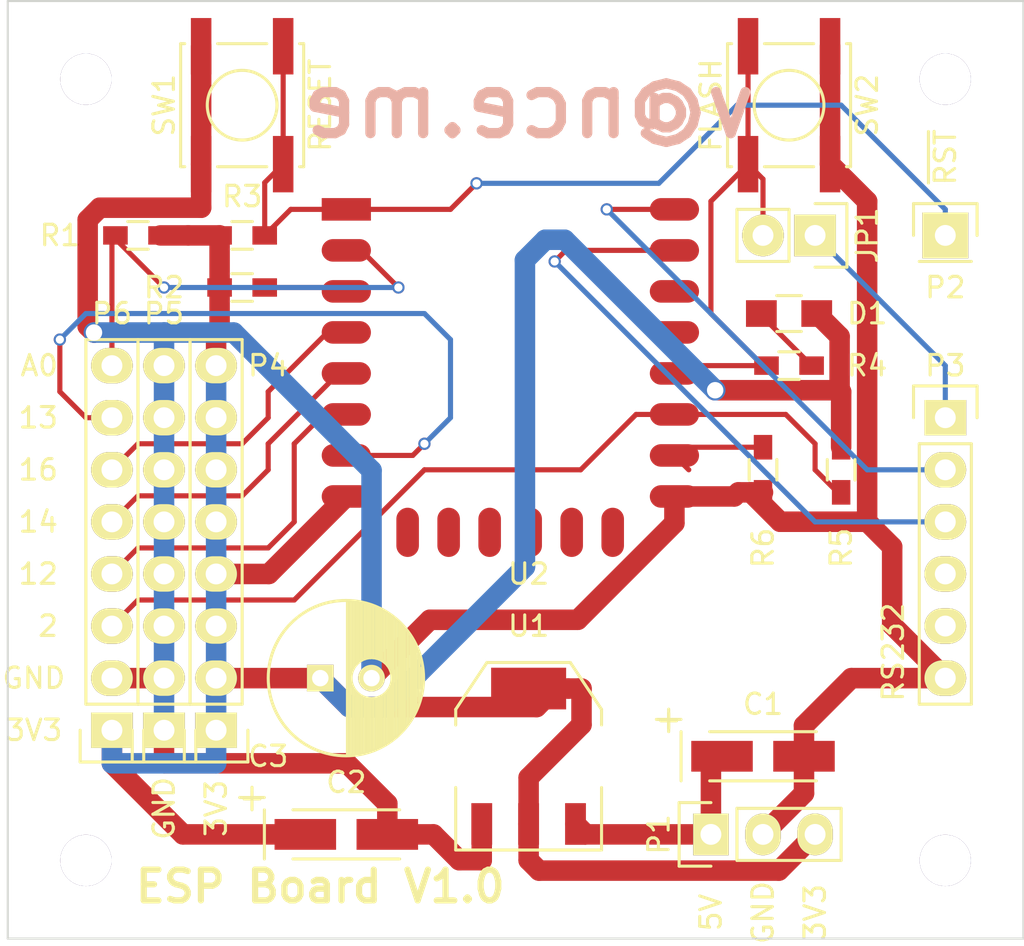
<source format=kicad_pcb>
(kicad_pcb (version 20171130) (host pcbnew "(5.1.12)-1")

  (general
    (thickness 1.6)
    (drawings 27)
    (tracks 196)
    (zones 0)
    (modules 25)
    (nets 28)
  )

  (page A4)
  (layers
    (0 F.Cu signal)
    (31 B.Cu signal)
    (32 B.Adhes user hide)
    (33 F.Adhes user hide)
    (34 B.Paste user hide)
    (35 F.Paste user hide)
    (36 B.SilkS user)
    (37 F.SilkS user)
    (38 B.Mask user)
    (39 F.Mask user)
    (40 Dwgs.User user hide)
    (41 Cmts.User user hide)
    (42 Eco1.User user hide)
    (43 Eco2.User user hide)
    (44 Edge.Cuts user)
    (45 Margin user hide)
    (46 B.CrtYd user hide)
    (47 F.CrtYd user hide)
    (48 B.Fab user hide)
    (49 F.Fab user hide)
  )

  (setup
    (last_trace_width 0.25)
    (trace_clearance 0.25)
    (zone_clearance 0.508)
    (zone_45_only no)
    (trace_min 0.2)
    (via_size 0.6)
    (via_drill 0.4)
    (via_min_size 0.4)
    (via_min_drill 0.3)
    (uvia_size 0.3)
    (uvia_drill 0.1)
    (uvias_allowed no)
    (uvia_min_size 0.2)
    (uvia_min_drill 0.1)
    (edge_width 0.1)
    (segment_width 0.2)
    (pcb_text_width 0.3)
    (pcb_text_size 1.5 1.5)
    (mod_edge_width 0.15)
    (mod_text_size 1 1)
    (mod_text_width 0.15)
    (pad_size 1.5 1.5)
    (pad_drill 0.6)
    (pad_to_mask_clearance 0)
    (aux_axis_origin 0 0)
    (visible_elements 7FFFFFFF)
    (pcbplotparams
      (layerselection 0x010f0_80000001)
      (usegerberextensions true)
      (usegerberattributes true)
      (usegerberadvancedattributes true)
      (creategerberjobfile true)
      (excludeedgelayer true)
      (linewidth 0.100000)
      (plotframeref false)
      (viasonmask false)
      (mode 1)
      (useauxorigin false)
      (hpglpennumber 1)
      (hpglpenspeed 20)
      (hpglpendiameter 15.000000)
      (psnegative false)
      (psa4output false)
      (plotreference true)
      (plotvalue true)
      (plotinvisibletext false)
      (padsonsilk false)
      (subtractmaskfromsilk false)
      (outputformat 1)
      (mirror false)
      (drillshape 0)
      (scaleselection 1)
      (outputdirectory ""))
  )

  (net 0 "")
  (net 1 GNDPWR)
  (net 2 +5V)
  (net 3 +3V3)
  (net 4 "Net-(D1-Pad1)")
  (net 5 /SERIAL_DTR)
  (net 6 /ESP_TX_OUT)
  (net 7 /ESP_RX_IN)
  (net 8 /SERIAL_3V3)
  (net 9 /SERIAL_CTS)
  (net 10 /ESP_GPIO2)
  (net 11 /ESP_GPIO12)
  (net 12 /ESP_GPIO14)
  (net 13 /ESP_GPIO16)
  (net 14 /ESP_GPIO13)
  (net 15 /ESP_ADC)
  (net 16 /ESP_CH_PD)
  (net 17 /ESP_RESET)
  (net 18 /ESP_GPIO0)
  (net 19 /ESP_GPIO15)
  (net 20 "Net-(U2-Pad9)")
  (net 21 "Net-(U2-Pad10)")
  (net 22 "Net-(U2-Pad11)")
  (net 23 "Net-(U2-Pad12)")
  (net 24 "Net-(U2-Pad13)")
  (net 25 "Net-(U2-Pad14)")
  (net 26 "Net-(U2-Pad19)")
  (net 27 "Net-(U2-Pad20)")

  (net_class Default "This is the default net class."
    (clearance 0.25)
    (trace_width 0.25)
    (via_dia 0.6)
    (via_drill 0.4)
    (uvia_dia 0.3)
    (uvia_drill 0.1)
    (add_net /ESP_ADC)
    (add_net /ESP_CH_PD)
    (add_net /ESP_GPIO0)
    (add_net /ESP_GPIO12)
    (add_net /ESP_GPIO13)
    (add_net /ESP_GPIO14)
    (add_net /ESP_GPIO15)
    (add_net /ESP_GPIO16)
    (add_net /ESP_GPIO2)
    (add_net /ESP_RESET)
    (add_net /ESP_RX_IN)
    (add_net /ESP_TX_OUT)
    (add_net /SERIAL_3V3)
    (add_net /SERIAL_CTS)
    (add_net /SERIAL_DTR)
    (add_net "Net-(D1-Pad1)")
    (add_net "Net-(U2-Pad10)")
    (add_net "Net-(U2-Pad11)")
    (add_net "Net-(U2-Pad12)")
    (add_net "Net-(U2-Pad13)")
    (add_net "Net-(U2-Pad14)")
    (add_net "Net-(U2-Pad19)")
    (add_net "Net-(U2-Pad20)")
    (add_net "Net-(U2-Pad9)")
  )

  (net_class Power ""
    (clearance 0.25)
    (trace_width 1)
    (via_dia 1)
    (via_drill 0.8)
    (uvia_dia 0.3)
    (uvia_drill 0.1)
    (add_net +3V3)
    (add_net +5V)
    (add_net GNDPWR)
  )

  (module Capacitors_Tantalum_SMD:TantalC_SizeA_EIA-3216_HandSoldering (layer F.Cu) (tedit 56BE1136) (tstamp 56BDCC2D)
    (at 152.4 119.38)
    (descr "Tantal Cap. , Size A, EIA-3216, Hand Soldering,")
    (tags "Tantal Cap. , Size A, EIA-3216, Hand Soldering,")
    (path /56ACCB59)
    (attr smd)
    (fp_text reference C1 (at 0 -2.54) (layer F.SilkS)
      (effects (font (size 1 1) (thickness 0.15)))
    )
    (fp_text value 10u (at 6.35 0) (layer F.Fab)
      (effects (font (size 1 1) (thickness 0.15)))
    )
    (fp_line (start -2.60096 1.19888) (end 2.60096 1.19888) (layer F.SilkS) (width 0.15))
    (fp_line (start 2.60096 -1.19888) (end -2.60096 -1.19888) (layer F.SilkS) (width 0.15))
    (fp_line (start -4.59994 -2.2987) (end -4.59994 -1.19888) (layer F.SilkS) (width 0.15))
    (fp_line (start -5.19938 -1.79832) (end -4.0005 -1.79832) (layer F.SilkS) (width 0.15))
    (fp_line (start -3.99542 -1.19888) (end -3.99542 1.19888) (layer F.SilkS) (width 0.15))
    (fp_text user + (at -4.59994 -1.80086) (layer F.SilkS)
      (effects (font (size 1 1) (thickness 0.15)))
    )
    (pad 2 smd rect (at 1.99898 0) (size 2.99974 1.50114) (layers F.Cu F.Paste F.Mask)
      (net 1 GNDPWR))
    (pad 1 smd rect (at -1.99898 0) (size 2.99974 1.50114) (layers F.Cu F.Paste F.Mask)
      (net 2 +5V))
    (model Capacitors_Tantalum_SMD.3dshapes/TantalC_SizeA_EIA-3216_HandSoldering.wrl
      (at (xyz 0 0 0))
      (scale (xyz 1 1 1))
      (rotate (xyz 0 0 180))
    )
  )

  (module Capacitors_Tantalum_SMD:TantalC_SizeA_EIA-3216_HandSoldering (layer F.Cu) (tedit 56BDE9A5) (tstamp 56BDCC33)
    (at 132.08 123.19)
    (descr "Tantal Cap. , Size A, EIA-3216, Hand Soldering,")
    (tags "Tantal Cap. , Size A, EIA-3216, Hand Soldering,")
    (path /56ACCB8D)
    (attr smd)
    (fp_text reference C2 (at 0 -2.54) (layer F.SilkS)
      (effects (font (size 1 1) (thickness 0.15)))
    )
    (fp_text value 10u (at -0.09906 3.0988) (layer F.Fab)
      (effects (font (size 1 1) (thickness 0.15)))
    )
    (fp_line (start -2.60096 1.19888) (end 2.60096 1.19888) (layer F.SilkS) (width 0.15))
    (fp_line (start 2.60096 -1.19888) (end -2.60096 -1.19888) (layer F.SilkS) (width 0.15))
    (fp_line (start -4.59994 -2.2987) (end -4.59994 -1.19888) (layer F.SilkS) (width 0.15))
    (fp_line (start -5.19938 -1.79832) (end -4.0005 -1.79832) (layer F.SilkS) (width 0.15))
    (fp_line (start -3.99542 -1.19888) (end -3.99542 1.19888) (layer F.SilkS) (width 0.15))
    (fp_text user + (at -4.59994 -1.80086) (layer F.SilkS)
      (effects (font (size 1 1) (thickness 0.15)))
    )
    (pad 2 smd rect (at 1.99898 0) (size 2.99974 1.50114) (layers F.Cu F.Paste F.Mask)
      (net 1 GNDPWR))
    (pad 1 smd rect (at -1.99898 0) (size 2.99974 1.50114) (layers F.Cu F.Paste F.Mask)
      (net 3 +3V3))
    (model Capacitors_Tantalum_SMD.3dshapes/TantalC_SizeA_EIA-3216_HandSoldering.wrl
      (at (xyz 0 0 0))
      (scale (xyz 1 1 1))
      (rotate (xyz 0 0 180))
    )
  )

  (module Capacitors_ThroughHole:C_Radial_D7.5_L11.2_P2.5 (layer F.Cu) (tedit 56BE1122) (tstamp 56BDCC39)
    (at 130.81 115.57)
    (descr "Radial Electrolytic Capacitor Diameter 7.5mm x Length 11.2mm, Pitch 2.5mm")
    (tags "Electrolytic Capacitor")
    (path /56AF8128)
    (fp_text reference C3 (at -2.54 3.81) (layer F.SilkS)
      (effects (font (size 1 1) (thickness 0.15)))
    )
    (fp_text value 1000u (at 1.27 -2.54) (layer F.Fab)
      (effects (font (size 1 1) (thickness 0.15)))
    )
    (fp_line (start 1.325 -3.749) (end 1.325 3.749) (layer F.SilkS) (width 0.15))
    (fp_line (start 1.465 -3.744) (end 1.465 3.744) (layer F.SilkS) (width 0.15))
    (fp_line (start 1.605 -3.733) (end 1.605 -0.446) (layer F.SilkS) (width 0.15))
    (fp_line (start 1.605 0.446) (end 1.605 3.733) (layer F.SilkS) (width 0.15))
    (fp_line (start 1.745 -3.717) (end 1.745 -0.656) (layer F.SilkS) (width 0.15))
    (fp_line (start 1.745 0.656) (end 1.745 3.717) (layer F.SilkS) (width 0.15))
    (fp_line (start 1.885 -3.696) (end 1.885 -0.789) (layer F.SilkS) (width 0.15))
    (fp_line (start 1.885 0.789) (end 1.885 3.696) (layer F.SilkS) (width 0.15))
    (fp_line (start 2.025 -3.669) (end 2.025 -0.88) (layer F.SilkS) (width 0.15))
    (fp_line (start 2.025 0.88) (end 2.025 3.669) (layer F.SilkS) (width 0.15))
    (fp_line (start 2.165 -3.637) (end 2.165 -0.942) (layer F.SilkS) (width 0.15))
    (fp_line (start 2.165 0.942) (end 2.165 3.637) (layer F.SilkS) (width 0.15))
    (fp_line (start 2.305 -3.599) (end 2.305 -0.981) (layer F.SilkS) (width 0.15))
    (fp_line (start 2.305 0.981) (end 2.305 3.599) (layer F.SilkS) (width 0.15))
    (fp_line (start 2.445 -3.555) (end 2.445 -0.998) (layer F.SilkS) (width 0.15))
    (fp_line (start 2.445 0.998) (end 2.445 3.555) (layer F.SilkS) (width 0.15))
    (fp_line (start 2.585 -3.504) (end 2.585 -0.996) (layer F.SilkS) (width 0.15))
    (fp_line (start 2.585 0.996) (end 2.585 3.504) (layer F.SilkS) (width 0.15))
    (fp_line (start 2.725 -3.448) (end 2.725 -0.974) (layer F.SilkS) (width 0.15))
    (fp_line (start 2.725 0.974) (end 2.725 3.448) (layer F.SilkS) (width 0.15))
    (fp_line (start 2.865 -3.384) (end 2.865 -0.931) (layer F.SilkS) (width 0.15))
    (fp_line (start 2.865 0.931) (end 2.865 3.384) (layer F.SilkS) (width 0.15))
    (fp_line (start 3.005 -3.314) (end 3.005 -0.863) (layer F.SilkS) (width 0.15))
    (fp_line (start 3.005 0.863) (end 3.005 3.314) (layer F.SilkS) (width 0.15))
    (fp_line (start 3.145 -3.236) (end 3.145 -0.764) (layer F.SilkS) (width 0.15))
    (fp_line (start 3.145 0.764) (end 3.145 3.236) (layer F.SilkS) (width 0.15))
    (fp_line (start 3.285 -3.15) (end 3.285 -0.619) (layer F.SilkS) (width 0.15))
    (fp_line (start 3.285 0.619) (end 3.285 3.15) (layer F.SilkS) (width 0.15))
    (fp_line (start 3.425 -3.055) (end 3.425 -0.38) (layer F.SilkS) (width 0.15))
    (fp_line (start 3.425 0.38) (end 3.425 3.055) (layer F.SilkS) (width 0.15))
    (fp_line (start 3.565 -2.95) (end 3.565 2.95) (layer F.SilkS) (width 0.15))
    (fp_line (start 3.705 -2.835) (end 3.705 2.835) (layer F.SilkS) (width 0.15))
    (fp_line (start 3.845 -2.707) (end 3.845 2.707) (layer F.SilkS) (width 0.15))
    (fp_line (start 3.985 -2.566) (end 3.985 2.566) (layer F.SilkS) (width 0.15))
    (fp_line (start 4.125 -2.408) (end 4.125 2.408) (layer F.SilkS) (width 0.15))
    (fp_line (start 4.265 -2.23) (end 4.265 2.23) (layer F.SilkS) (width 0.15))
    (fp_line (start 4.405 -2.027) (end 4.405 2.027) (layer F.SilkS) (width 0.15))
    (fp_line (start 4.545 -1.79) (end 4.545 1.79) (layer F.SilkS) (width 0.15))
    (fp_line (start 4.685 -1.504) (end 4.685 1.504) (layer F.SilkS) (width 0.15))
    (fp_line (start 4.825 -1.132) (end 4.825 1.132) (layer F.SilkS) (width 0.15))
    (fp_line (start 4.965 -0.511) (end 4.965 0.511) (layer F.SilkS) (width 0.15))
    (fp_circle (center 2.5 0) (end 2.5 -1) (layer F.SilkS) (width 0.15))
    (fp_circle (center 1.25 0) (end 1.25 -3.7875) (layer F.SilkS) (width 0.15))
    (fp_circle (center 1.25 0) (end 1.25 -4.1) (layer F.CrtYd) (width 0.05))
    (pad 2 thru_hole circle (at 2.5 0) (size 1.3 1.3) (drill 0.8) (layers *.Cu *.Mask F.SilkS)
      (net 1 GNDPWR))
    (pad 1 thru_hole rect (at 0 0) (size 1.3 1.3) (drill 0.8) (layers *.Cu *.Mask F.SilkS)
      (net 3 +3V3))
    (model Capacitors_ThroughHole.3dshapes/C_Radial_D7.5_L11.2_P2.5.wrl
      (at (xyz 0 0 0))
      (scale (xyz 1 1 1))
      (rotate (xyz 0 0 0))
    )
  )

  (module Resistors_SMD:R_0805_HandSoldering (layer F.Cu) (tedit 56BE10EE) (tstamp 56BDCC3F)
    (at 153.67 97.79)
    (descr "Resistor SMD 0805, hand soldering")
    (tags "resistor 0805")
    (path /56ACC55C)
    (attr smd)
    (fp_text reference D1 (at 3.81 0) (layer F.SilkS)
      (effects (font (size 1 1) (thickness 0.15)))
    )
    (fp_text value LED (at 0 1.27) (layer F.Fab)
      (effects (font (size 1 1) (thickness 0.15)))
    )
    (fp_line (start -2.4 -1) (end 2.4 -1) (layer F.CrtYd) (width 0.05))
    (fp_line (start -2.4 1) (end 2.4 1) (layer F.CrtYd) (width 0.05))
    (fp_line (start -2.4 -1) (end -2.4 1) (layer F.CrtYd) (width 0.05))
    (fp_line (start 2.4 -1) (end 2.4 1) (layer F.CrtYd) (width 0.05))
    (fp_line (start 0.6 0.875) (end -0.6 0.875) (layer F.SilkS) (width 0.15))
    (fp_line (start -0.6 -0.875) (end 0.6 -0.875) (layer F.SilkS) (width 0.15))
    (pad 1 smd rect (at -1.35 0) (size 1.5 1.3) (layers F.Cu F.Paste F.Mask)
      (net 4 "Net-(D1-Pad1)"))
    (pad 2 smd rect (at 1.35 0) (size 1.5 1.3) (layers F.Cu F.Paste F.Mask)
      (net 3 +3V3))
    (model Resistors_SMD.3dshapes/R_0805_HandSoldering.wrl
      (at (xyz 0 0 0))
      (scale (xyz 1 1 1))
      (rotate (xyz 0 0 0))
    )
  )

  (module Pin_Headers:Pin_Header_Straight_1x03 (layer F.Cu) (tedit 56BDEAD7) (tstamp 56BDCC46)
    (at 149.86 123.19 90)
    (descr "Through hole pin header")
    (tags "pin header")
    (path /56ACC819)
    (fp_text reference P1 (at 0 -2.54 90) (layer F.SilkS)
      (effects (font (size 1 1) (thickness 0.15)))
    )
    (fp_text value PWR (at 0 -3.1 90) (layer F.Fab) hide
      (effects (font (size 1 1) (thickness 0.15)))
    )
    (fp_line (start -1.75 -1.75) (end -1.75 6.85) (layer F.CrtYd) (width 0.05))
    (fp_line (start 1.75 -1.75) (end 1.75 6.85) (layer F.CrtYd) (width 0.05))
    (fp_line (start -1.75 -1.75) (end 1.75 -1.75) (layer F.CrtYd) (width 0.05))
    (fp_line (start -1.75 6.85) (end 1.75 6.85) (layer F.CrtYd) (width 0.05))
    (fp_line (start -1.27 1.27) (end -1.27 6.35) (layer F.SilkS) (width 0.15))
    (fp_line (start -1.27 6.35) (end 1.27 6.35) (layer F.SilkS) (width 0.15))
    (fp_line (start 1.27 6.35) (end 1.27 1.27) (layer F.SilkS) (width 0.15))
    (fp_line (start 1.55 -1.55) (end 1.55 0) (layer F.SilkS) (width 0.15))
    (fp_line (start 1.27 1.27) (end -1.27 1.27) (layer F.SilkS) (width 0.15))
    (fp_line (start -1.55 0) (end -1.55 -1.55) (layer F.SilkS) (width 0.15))
    (fp_line (start -1.55 -1.55) (end 1.55 -1.55) (layer F.SilkS) (width 0.15))
    (pad 1 thru_hole rect (at 0 0 90) (size 2.032 1.7272) (drill 1.016) (layers *.Cu *.Mask F.SilkS)
      (net 2 +5V))
    (pad 2 thru_hole oval (at 0 2.54 90) (size 2.032 1.7272) (drill 1.016) (layers *.Cu *.Mask F.SilkS)
      (net 1 GNDPWR))
    (pad 3 thru_hole oval (at 0 5.08 90) (size 2.032 1.7272) (drill 1.016) (layers *.Cu *.Mask F.SilkS)
      (net 3 +3V3))
    (model Pin_Headers.3dshapes/Pin_Header_Straight_1x03.wrl
      (offset (xyz 0 -2.539999961853027 0))
      (scale (xyz 1 1 1))
      (rotate (xyz 0 0 90))
    )
  )

  (module Pin_Headers:Pin_Header_Straight_1x06 (layer F.Cu) (tedit 56BDE9DF) (tstamp 56BDCC50)
    (at 161.29 102.87)
    (descr "Through hole pin header")
    (tags "pin header")
    (path /56ACCDA2)
    (fp_text reference P3 (at 0 -2.54) (layer F.SilkS)
      (effects (font (size 1 1) (thickness 0.15)))
    )
    (fp_text value RS232 (at 0 -3.1) (layer F.Fab) hide
      (effects (font (size 1 1) (thickness 0.15)))
    )
    (fp_line (start -1.75 -1.75) (end -1.75 14.45) (layer F.CrtYd) (width 0.05))
    (fp_line (start 1.75 -1.75) (end 1.75 14.45) (layer F.CrtYd) (width 0.05))
    (fp_line (start -1.75 -1.75) (end 1.75 -1.75) (layer F.CrtYd) (width 0.05))
    (fp_line (start -1.75 14.45) (end 1.75 14.45) (layer F.CrtYd) (width 0.05))
    (fp_line (start 1.27 1.27) (end 1.27 13.97) (layer F.SilkS) (width 0.15))
    (fp_line (start 1.27 13.97) (end -1.27 13.97) (layer F.SilkS) (width 0.15))
    (fp_line (start -1.27 13.97) (end -1.27 1.27) (layer F.SilkS) (width 0.15))
    (fp_line (start 1.55 -1.55) (end 1.55 0) (layer F.SilkS) (width 0.15))
    (fp_line (start 1.27 1.27) (end -1.27 1.27) (layer F.SilkS) (width 0.15))
    (fp_line (start -1.55 0) (end -1.55 -1.55) (layer F.SilkS) (width 0.15))
    (fp_line (start -1.55 -1.55) (end 1.55 -1.55) (layer F.SilkS) (width 0.15))
    (pad 1 thru_hole rect (at 0 0) (size 2.032 1.7272) (drill 1.016) (layers *.Cu *.Mask F.SilkS)
      (net 5 /SERIAL_DTR))
    (pad 2 thru_hole oval (at 0 2.54) (size 2.032 1.7272) (drill 1.016) (layers *.Cu *.Mask F.SilkS)
      (net 6 /ESP_TX_OUT))
    (pad 3 thru_hole oval (at 0 5.08) (size 2.032 1.7272) (drill 1.016) (layers *.Cu *.Mask F.SilkS)
      (net 7 /ESP_RX_IN))
    (pad 4 thru_hole oval (at 0 7.62) (size 2.032 1.7272) (drill 1.016) (layers *.Cu *.Mask F.SilkS)
      (net 8 /SERIAL_3V3))
    (pad 5 thru_hole oval (at 0 10.16) (size 2.032 1.7272) (drill 1.016) (layers *.Cu *.Mask F.SilkS)
      (net 9 /SERIAL_CTS))
    (pad 6 thru_hole oval (at 0 12.7) (size 2.032 1.7272) (drill 1.016) (layers *.Cu *.Mask F.SilkS)
      (net 1 GNDPWR))
    (model Pin_Headers.3dshapes/Pin_Header_Straight_1x06.wrl
      (offset (xyz 0 -6.349999904632568 0))
      (scale (xyz 1 1 1))
      (rotate (xyz 0 0 90))
    )
  )

  (module Pin_Headers:Pin_Header_Straight_1x08 (layer F.Cu) (tedit 56BDE729) (tstamp 56BDCC5C)
    (at 125.73 118.11 180)
    (descr "Through hole pin header")
    (tags "pin header")
    (path /56ACD67D)
    (fp_text reference P4 (at -2.54 17.78 180) (layer F.SilkS)
      (effects (font (size 1 1) (thickness 0.15)))
    )
    (fp_text value 3.3V (at 0 -3.1 180) (layer F.Fab) hide
      (effects (font (size 1 1) (thickness 0.15)))
    )
    (fp_line (start -1.75 -1.75) (end -1.75 19.55) (layer F.CrtYd) (width 0.05))
    (fp_line (start 1.75 -1.75) (end 1.75 19.55) (layer F.CrtYd) (width 0.05))
    (fp_line (start -1.75 -1.75) (end 1.75 -1.75) (layer F.CrtYd) (width 0.05))
    (fp_line (start -1.75 19.55) (end 1.75 19.55) (layer F.CrtYd) (width 0.05))
    (fp_line (start 1.27 1.27) (end 1.27 19.05) (layer F.SilkS) (width 0.15))
    (fp_line (start 1.27 19.05) (end -1.27 19.05) (layer F.SilkS) (width 0.15))
    (fp_line (start -1.27 19.05) (end -1.27 1.27) (layer F.SilkS) (width 0.15))
    (fp_line (start 1.55 -1.55) (end 1.55 0) (layer F.SilkS) (width 0.15))
    (fp_line (start 1.27 1.27) (end -1.27 1.27) (layer F.SilkS) (width 0.15))
    (fp_line (start -1.55 0) (end -1.55 -1.55) (layer F.SilkS) (width 0.15))
    (fp_line (start -1.55 -1.55) (end 1.55 -1.55) (layer F.SilkS) (width 0.15))
    (pad 1 thru_hole rect (at 0 0 180) (size 2.032 1.7272) (drill 1.016) (layers *.Cu *.Mask F.SilkS)
      (net 3 +3V3))
    (pad 2 thru_hole oval (at 0 2.54 180) (size 2.032 1.7272) (drill 1.016) (layers *.Cu *.Mask F.SilkS)
      (net 3 +3V3))
    (pad 3 thru_hole oval (at 0 5.08 180) (size 2.032 1.7272) (drill 1.016) (layers *.Cu *.Mask F.SilkS)
      (net 3 +3V3))
    (pad 4 thru_hole oval (at 0 7.62 180) (size 2.032 1.7272) (drill 1.016) (layers *.Cu *.Mask F.SilkS)
      (net 3 +3V3))
    (pad 5 thru_hole oval (at 0 10.16 180) (size 2.032 1.7272) (drill 1.016) (layers *.Cu *.Mask F.SilkS)
      (net 3 +3V3))
    (pad 6 thru_hole oval (at 0 12.7 180) (size 2.032 1.7272) (drill 1.016) (layers *.Cu *.Mask F.SilkS)
      (net 3 +3V3))
    (pad 7 thru_hole oval (at 0 15.24 180) (size 2.032 1.7272) (drill 1.016) (layers *.Cu *.Mask F.SilkS)
      (net 3 +3V3))
    (pad 8 thru_hole oval (at 0 17.78 180) (size 2.032 1.7272) (drill 1.016) (layers *.Cu *.Mask F.SilkS)
      (net 3 +3V3))
    (model Pin_Headers.3dshapes/Pin_Header_Straight_1x08.wrl
      (offset (xyz 0 -8.889999866485596 0))
      (scale (xyz 1 1 1))
      (rotate (xyz 0 0 90))
    )
  )

  (module Pin_Headers:Pin_Header_Straight_1x08 (layer F.Cu) (tedit 56BDE720) (tstamp 56BDCC68)
    (at 123.19 118.11 180)
    (descr "Through hole pin header")
    (tags "pin header")
    (path /56ACD91B)
    (fp_text reference P5 (at 0 20.32 180) (layer F.SilkS)
      (effects (font (size 1 1) (thickness 0.15)))
    )
    (fp_text value Gnd (at 0 -3.1 180) (layer F.Fab) hide
      (effects (font (size 1 1) (thickness 0.15)))
    )
    (fp_line (start -1.75 -1.75) (end -1.75 19.55) (layer F.CrtYd) (width 0.05))
    (fp_line (start 1.75 -1.75) (end 1.75 19.55) (layer F.CrtYd) (width 0.05))
    (fp_line (start -1.75 -1.75) (end 1.75 -1.75) (layer F.CrtYd) (width 0.05))
    (fp_line (start -1.75 19.55) (end 1.75 19.55) (layer F.CrtYd) (width 0.05))
    (fp_line (start 1.27 1.27) (end 1.27 19.05) (layer F.SilkS) (width 0.15))
    (fp_line (start 1.27 19.05) (end -1.27 19.05) (layer F.SilkS) (width 0.15))
    (fp_line (start -1.27 19.05) (end -1.27 1.27) (layer F.SilkS) (width 0.15))
    (fp_line (start 1.55 -1.55) (end 1.55 0) (layer F.SilkS) (width 0.15))
    (fp_line (start 1.27 1.27) (end -1.27 1.27) (layer F.SilkS) (width 0.15))
    (fp_line (start -1.55 0) (end -1.55 -1.55) (layer F.SilkS) (width 0.15))
    (fp_line (start -1.55 -1.55) (end 1.55 -1.55) (layer F.SilkS) (width 0.15))
    (pad 1 thru_hole rect (at 0 0 180) (size 2.032 1.7272) (drill 1.016) (layers *.Cu *.Mask F.SilkS)
      (net 1 GNDPWR))
    (pad 2 thru_hole oval (at 0 2.54 180) (size 2.032 1.7272) (drill 1.016) (layers *.Cu *.Mask F.SilkS)
      (net 1 GNDPWR))
    (pad 3 thru_hole oval (at 0 5.08 180) (size 2.032 1.7272) (drill 1.016) (layers *.Cu *.Mask F.SilkS)
      (net 1 GNDPWR))
    (pad 4 thru_hole oval (at 0 7.62 180) (size 2.032 1.7272) (drill 1.016) (layers *.Cu *.Mask F.SilkS)
      (net 1 GNDPWR))
    (pad 5 thru_hole oval (at 0 10.16 180) (size 2.032 1.7272) (drill 1.016) (layers *.Cu *.Mask F.SilkS)
      (net 1 GNDPWR))
    (pad 6 thru_hole oval (at 0 12.7 180) (size 2.032 1.7272) (drill 1.016) (layers *.Cu *.Mask F.SilkS)
      (net 1 GNDPWR))
    (pad 7 thru_hole oval (at 0 15.24 180) (size 2.032 1.7272) (drill 1.016) (layers *.Cu *.Mask F.SilkS)
      (net 1 GNDPWR))
    (pad 8 thru_hole oval (at 0 17.78 180) (size 2.032 1.7272) (drill 1.016) (layers *.Cu *.Mask F.SilkS)
      (net 1 GNDPWR))
    (model Pin_Headers.3dshapes/Pin_Header_Straight_1x08.wrl
      (offset (xyz 0 -8.889999866485596 0))
      (scale (xyz 1 1 1))
      (rotate (xyz 0 0 90))
    )
  )

  (module Pin_Headers:Pin_Header_Straight_1x08 (layer F.Cu) (tedit 56BDE712) (tstamp 56BDCC74)
    (at 120.65 118.11 180)
    (descr "Through hole pin header")
    (tags "pin header")
    (path /56ACD1BC)
    (fp_text reference P6 (at 0 20.32 180) (layer F.SilkS)
      (effects (font (size 1 1) (thickness 0.15)))
    )
    (fp_text value GPIO (at 0 -3.1 180) (layer F.Fab) hide
      (effects (font (size 1 1) (thickness 0.15)))
    )
    (fp_line (start -1.75 -1.75) (end -1.75 19.55) (layer F.CrtYd) (width 0.05))
    (fp_line (start 1.75 -1.75) (end 1.75 19.55) (layer F.CrtYd) (width 0.05))
    (fp_line (start -1.75 -1.75) (end 1.75 -1.75) (layer F.CrtYd) (width 0.05))
    (fp_line (start -1.75 19.55) (end 1.75 19.55) (layer F.CrtYd) (width 0.05))
    (fp_line (start 1.27 1.27) (end 1.27 19.05) (layer F.SilkS) (width 0.15))
    (fp_line (start 1.27 19.05) (end -1.27 19.05) (layer F.SilkS) (width 0.15))
    (fp_line (start -1.27 19.05) (end -1.27 1.27) (layer F.SilkS) (width 0.15))
    (fp_line (start 1.55 -1.55) (end 1.55 0) (layer F.SilkS) (width 0.15))
    (fp_line (start 1.27 1.27) (end -1.27 1.27) (layer F.SilkS) (width 0.15))
    (fp_line (start -1.55 0) (end -1.55 -1.55) (layer F.SilkS) (width 0.15))
    (fp_line (start -1.55 -1.55) (end 1.55 -1.55) (layer F.SilkS) (width 0.15))
    (pad 1 thru_hole rect (at 0 0 180) (size 2.032 1.7272) (drill 1.016) (layers *.Cu *.Mask F.SilkS)
      (net 3 +3V3))
    (pad 2 thru_hole oval (at 0 2.54 180) (size 2.032 1.7272) (drill 1.016) (layers *.Cu *.Mask F.SilkS)
      (net 1 GNDPWR))
    (pad 3 thru_hole oval (at 0 5.08 180) (size 2.032 1.7272) (drill 1.016) (layers *.Cu *.Mask F.SilkS)
      (net 10 /ESP_GPIO2))
    (pad 4 thru_hole oval (at 0 7.62 180) (size 2.032 1.7272) (drill 1.016) (layers *.Cu *.Mask F.SilkS)
      (net 11 /ESP_GPIO12))
    (pad 5 thru_hole oval (at 0 10.16 180) (size 2.032 1.7272) (drill 1.016) (layers *.Cu *.Mask F.SilkS)
      (net 12 /ESP_GPIO14))
    (pad 6 thru_hole oval (at 0 12.7 180) (size 2.032 1.7272) (drill 1.016) (layers *.Cu *.Mask F.SilkS)
      (net 13 /ESP_GPIO16))
    (pad 7 thru_hole oval (at 0 15.24 180) (size 2.032 1.7272) (drill 1.016) (layers *.Cu *.Mask F.SilkS)
      (net 14 /ESP_GPIO13))
    (pad 8 thru_hole oval (at 0 17.78 180) (size 2.032 1.7272) (drill 1.016) (layers *.Cu *.Mask F.SilkS)
      (net 15 /ESP_ADC))
    (model Pin_Headers.3dshapes/Pin_Header_Straight_1x08.wrl
      (offset (xyz 0 -8.889999866485596 0))
      (scale (xyz 1 1 1))
      (rotate (xyz 0 0 90))
    )
  )

  (module Resistors_SMD:R_0603_HandSoldering (layer F.Cu) (tedit 56BDE0C6) (tstamp 56BDCC7A)
    (at 121.92 93.98 180)
    (descr "Resistor SMD 0603, hand soldering")
    (tags "resistor 0603")
    (path /56ACDD84)
    (attr smd)
    (fp_text reference R1 (at 3.81 0 180) (layer F.SilkS)
      (effects (font (size 1 1) (thickness 0.15)))
    )
    (fp_text value 470k (at 0 1.9 180) (layer F.Fab)
      (effects (font (size 1 1) (thickness 0.15)))
    )
    (fp_line (start -2 -0.8) (end 2 -0.8) (layer F.CrtYd) (width 0.05))
    (fp_line (start -2 0.8) (end 2 0.8) (layer F.CrtYd) (width 0.05))
    (fp_line (start -2 -0.8) (end -2 0.8) (layer F.CrtYd) (width 0.05))
    (fp_line (start 2 -0.8) (end 2 0.8) (layer F.CrtYd) (width 0.05))
    (fp_line (start 0.5 0.675) (end -0.5 0.675) (layer F.SilkS) (width 0.15))
    (fp_line (start -0.5 -0.675) (end 0.5 -0.675) (layer F.SilkS) (width 0.15))
    (pad 1 smd rect (at -1.1 0 180) (size 1.2 0.9) (layers F.Cu F.Paste F.Mask)
      (net 3 +3V3))
    (pad 2 smd rect (at 1.1 0 180) (size 1.2 0.9) (layers F.Cu F.Paste F.Mask)
      (net 15 /ESP_ADC))
    (model Resistors_SMD.3dshapes/R_0603_HandSoldering.wrl
      (at (xyz 0 0 0))
      (scale (xyz 1 1 1))
      (rotate (xyz 0 0 0))
    )
  )

  (module Resistors_SMD:R_0603_HandSoldering (layer F.Cu) (tedit 56BDE980) (tstamp 56BDCC80)
    (at 127 96.52)
    (descr "Resistor SMD 0603, hand soldering")
    (tags "resistor 0603")
    (path /56ACBF8E)
    (attr smd)
    (fp_text reference R2 (at -3.81 0) (layer F.SilkS)
      (effects (font (size 1 1) (thickness 0.15)))
    )
    (fp_text value 10k (at 0 1.9) (layer F.Fab)
      (effects (font (size 1 1) (thickness 0.15)))
    )
    (fp_line (start -2 -0.8) (end 2 -0.8) (layer F.CrtYd) (width 0.05))
    (fp_line (start -2 0.8) (end 2 0.8) (layer F.CrtYd) (width 0.05))
    (fp_line (start -2 -0.8) (end -2 0.8) (layer F.CrtYd) (width 0.05))
    (fp_line (start 2 -0.8) (end 2 0.8) (layer F.CrtYd) (width 0.05))
    (fp_line (start 0.5 0.675) (end -0.5 0.675) (layer F.SilkS) (width 0.15))
    (fp_line (start -0.5 -0.675) (end 0.5 -0.675) (layer F.SilkS) (width 0.15))
    (pad 1 smd rect (at -1.1 0) (size 1.2 0.9) (layers F.Cu F.Paste F.Mask)
      (net 3 +3V3))
    (pad 2 smd rect (at 1.1 0) (size 1.2 0.9) (layers F.Cu F.Paste F.Mask)
      (net 16 /ESP_CH_PD))
    (model Resistors_SMD.3dshapes/R_0603_HandSoldering.wrl
      (at (xyz 0 0 0))
      (scale (xyz 1 1 1))
      (rotate (xyz 0 0 0))
    )
  )

  (module Resistors_SMD:R_0603_HandSoldering (layer F.Cu) (tedit 5418A00F) (tstamp 56BDCC86)
    (at 127 93.98)
    (descr "Resistor SMD 0603, hand soldering")
    (tags "resistor 0603")
    (path /56ACC270)
    (attr smd)
    (fp_text reference R3 (at 0 -1.9) (layer F.SilkS)
      (effects (font (size 1 1) (thickness 0.15)))
    )
    (fp_text value 10k (at 0 1.9) (layer F.Fab)
      (effects (font (size 1 1) (thickness 0.15)))
    )
    (fp_line (start -2 -0.8) (end 2 -0.8) (layer F.CrtYd) (width 0.05))
    (fp_line (start -2 0.8) (end 2 0.8) (layer F.CrtYd) (width 0.05))
    (fp_line (start -2 -0.8) (end -2 0.8) (layer F.CrtYd) (width 0.05))
    (fp_line (start 2 -0.8) (end 2 0.8) (layer F.CrtYd) (width 0.05))
    (fp_line (start 0.5 0.675) (end -0.5 0.675) (layer F.SilkS) (width 0.15))
    (fp_line (start -0.5 -0.675) (end 0.5 -0.675) (layer F.SilkS) (width 0.15))
    (pad 1 smd rect (at -1.1 0) (size 1.2 0.9) (layers F.Cu F.Paste F.Mask)
      (net 3 +3V3))
    (pad 2 smd rect (at 1.1 0) (size 1.2 0.9) (layers F.Cu F.Paste F.Mask)
      (net 17 /ESP_RESET))
    (model Resistors_SMD.3dshapes/R_0603_HandSoldering.wrl
      (at (xyz 0 0 0))
      (scale (xyz 1 1 1))
      (rotate (xyz 0 0 0))
    )
  )

  (module Resistors_SMD:R_0603_HandSoldering (layer F.Cu) (tedit 56BE10E6) (tstamp 56BDCC8C)
    (at 153.67 100.33 180)
    (descr "Resistor SMD 0603, hand soldering")
    (tags "resistor 0603")
    (path /56ACC297)
    (attr smd)
    (fp_text reference R4 (at -3.81 0 180) (layer F.SilkS)
      (effects (font (size 1 1) (thickness 0.15)))
    )
    (fp_text value 330R (at 0 -1.27 180) (layer F.Fab)
      (effects (font (size 1 1) (thickness 0.15)))
    )
    (fp_line (start -2 -0.8) (end 2 -0.8) (layer F.CrtYd) (width 0.05))
    (fp_line (start -2 0.8) (end 2 0.8) (layer F.CrtYd) (width 0.05))
    (fp_line (start -2 -0.8) (end -2 0.8) (layer F.CrtYd) (width 0.05))
    (fp_line (start 2 -0.8) (end 2 0.8) (layer F.CrtYd) (width 0.05))
    (fp_line (start 0.5 0.675) (end -0.5 0.675) (layer F.SilkS) (width 0.15))
    (fp_line (start -0.5 -0.675) (end 0.5 -0.675) (layer F.SilkS) (width 0.15))
    (pad 1 smd rect (at -1.1 0 180) (size 1.2 0.9) (layers F.Cu F.Paste F.Mask)
      (net 4 "Net-(D1-Pad1)"))
    (pad 2 smd rect (at 1.1 0 180) (size 1.2 0.9) (layers F.Cu F.Paste F.Mask)
      (net 18 /ESP_GPIO0))
    (model Resistors_SMD.3dshapes/R_0603_HandSoldering.wrl
      (at (xyz 0 0 0))
      (scale (xyz 1 1 1))
      (rotate (xyz 0 0 0))
    )
  )

  (module Resistors_SMD:R_0603_HandSoldering (layer F.Cu) (tedit 56BDF8E2) (tstamp 56BDCC92)
    (at 156.21 105.41 270)
    (descr "Resistor SMD 0603, hand soldering")
    (tags "resistor 0603")
    (path /56ACBFB2)
    (attr smd)
    (fp_text reference R5 (at 3.81 0 270) (layer F.SilkS)
      (effects (font (size 1 1) (thickness 0.15)))
    )
    (fp_text value 10k (at 0 1.9 270) (layer F.Fab)
      (effects (font (size 1 1) (thickness 0.15)))
    )
    (fp_line (start -2 -0.8) (end 2 -0.8) (layer F.CrtYd) (width 0.05))
    (fp_line (start -2 0.8) (end 2 0.8) (layer F.CrtYd) (width 0.05))
    (fp_line (start -2 -0.8) (end -2 0.8) (layer F.CrtYd) (width 0.05))
    (fp_line (start 2 -0.8) (end 2 0.8) (layer F.CrtYd) (width 0.05))
    (fp_line (start 0.5 0.675) (end -0.5 0.675) (layer F.SilkS) (width 0.15))
    (fp_line (start -0.5 -0.675) (end 0.5 -0.675) (layer F.SilkS) (width 0.15))
    (pad 1 smd rect (at -1.1 0 270) (size 1.2 0.9) (layers F.Cu F.Paste F.Mask)
      (net 3 +3V3))
    (pad 2 smd rect (at 1.1 0 270) (size 1.2 0.9) (layers F.Cu F.Paste F.Mask)
      (net 10 /ESP_GPIO2))
    (model Resistors_SMD.3dshapes/R_0603_HandSoldering.wrl
      (at (xyz 0 0 0))
      (scale (xyz 1 1 1))
      (rotate (xyz 0 0 0))
    )
  )

  (module Resistors_SMD:R_0603_HandSoldering (layer F.Cu) (tedit 56BDE9C6) (tstamp 56BDCC98)
    (at 152.4 105.41 270)
    (descr "Resistor SMD 0603, hand soldering")
    (tags "resistor 0603")
    (path /56ACBFCD)
    (attr smd)
    (fp_text reference R6 (at 3.81 0 270) (layer F.SilkS)
      (effects (font (size 1 1) (thickness 0.15)))
    )
    (fp_text value 10k (at 0 1.9 270) (layer F.Fab)
      (effects (font (size 1 1) (thickness 0.15)))
    )
    (fp_line (start -2 -0.8) (end 2 -0.8) (layer F.CrtYd) (width 0.05))
    (fp_line (start -2 0.8) (end 2 0.8) (layer F.CrtYd) (width 0.05))
    (fp_line (start -2 -0.8) (end -2 0.8) (layer F.CrtYd) (width 0.05))
    (fp_line (start 2 -0.8) (end 2 0.8) (layer F.CrtYd) (width 0.05))
    (fp_line (start 0.5 0.675) (end -0.5 0.675) (layer F.SilkS) (width 0.15))
    (fp_line (start -0.5 -0.675) (end 0.5 -0.675) (layer F.SilkS) (width 0.15))
    (pad 1 smd rect (at -1.1 0 270) (size 1.2 0.9) (layers F.Cu F.Paste F.Mask)
      (net 19 /ESP_GPIO15))
    (pad 2 smd rect (at 1.1 0 270) (size 1.2 0.9) (layers F.Cu F.Paste F.Mask)
      (net 1 GNDPWR))
    (model Resistors_SMD.3dshapes/R_0603_HandSoldering.wrl
      (at (xyz 0 0 0))
      (scale (xyz 1 1 1))
      (rotate (xyz 0 0 0))
    )
  )

  (module Buttons_Switches_SMD:SW_SPST_EVPBF (layer F.Cu) (tedit 56BDEABC) (tstamp 56BDCCA0)
    (at 127 87.63 90)
    (descr "Light Touch Switch")
    (path /56ACC1FE)
    (attr smd)
    (fp_text reference SW1 (at 0 -3.81 90) (layer F.SilkS)
      (effects (font (size 1 1) (thickness 0.15)))
    )
    (fp_text value RESET (at 0 0 90) (layer F.Fab)
      (effects (font (size 1 1) (thickness 0.15)))
    )
    (fp_line (start -4.5 -3.25) (end 4.5 -3.25) (layer F.CrtYd) (width 0.05))
    (fp_line (start 4.5 -3.25) (end 4.5 3.25) (layer F.CrtYd) (width 0.05))
    (fp_line (start 4.5 3.25) (end -4.5 3.25) (layer F.CrtYd) (width 0.05))
    (fp_line (start -4.5 3.25) (end -4.5 -3.25) (layer F.CrtYd) (width 0.05))
    (fp_line (start 3 -3) (end 3 -2.8) (layer F.SilkS) (width 0.15))
    (fp_line (start 3 3) (end 3 2.8) (layer F.SilkS) (width 0.15))
    (fp_line (start -3 3) (end -3 2.8) (layer F.SilkS) (width 0.15))
    (fp_line (start -3 -3) (end -3 -2.8) (layer F.SilkS) (width 0.15))
    (fp_line (start -3 -1.2) (end -3 1.2) (layer F.SilkS) (width 0.15))
    (fp_line (start 3 -1.2) (end 3 1.2) (layer F.SilkS) (width 0.15))
    (fp_line (start 3 -3) (end -3 -3) (layer F.SilkS) (width 0.15))
    (fp_line (start -3 3) (end 3 3) (layer F.SilkS) (width 0.15))
    (fp_circle (center 0 0) (end 1.7 0) (layer F.SilkS) (width 0.15))
    (pad 1 smd rect (at 2.875 -2 90) (size 2.75 1) (layers F.Cu F.Paste F.Mask)
      (net 1 GNDPWR))
    (pad 1 smd rect (at -2.875 -2 90) (size 2.75 1) (layers F.Cu F.Paste F.Mask)
      (net 1 GNDPWR))
    (pad 2 smd rect (at -2.875 2 90) (size 2.75 1) (layers F.Cu F.Paste F.Mask)
      (net 17 /ESP_RESET))
    (pad 2 smd rect (at 2.875 2 90) (size 2.75 1) (layers F.Cu F.Paste F.Mask)
      (net 17 /ESP_RESET))
  )

  (module Buttons_Switches_SMD:SW_SPST_EVPBF (layer F.Cu) (tedit 56BDEABF) (tstamp 56BDCCA8)
    (at 153.67 87.63 270)
    (descr "Light Touch Switch")
    (path /56ACC241)
    (attr smd)
    (fp_text reference SW2 (at 0 -3.81 270) (layer F.SilkS)
      (effects (font (size 1 1) (thickness 0.15)))
    )
    (fp_text value FLASH (at 0 0 270) (layer F.Fab)
      (effects (font (size 1 1) (thickness 0.15)))
    )
    (fp_line (start -4.5 -3.25) (end 4.5 -3.25) (layer F.CrtYd) (width 0.05))
    (fp_line (start 4.5 -3.25) (end 4.5 3.25) (layer F.CrtYd) (width 0.05))
    (fp_line (start 4.5 3.25) (end -4.5 3.25) (layer F.CrtYd) (width 0.05))
    (fp_line (start -4.5 3.25) (end -4.5 -3.25) (layer F.CrtYd) (width 0.05))
    (fp_line (start 3 -3) (end 3 -2.8) (layer F.SilkS) (width 0.15))
    (fp_line (start 3 3) (end 3 2.8) (layer F.SilkS) (width 0.15))
    (fp_line (start -3 3) (end -3 2.8) (layer F.SilkS) (width 0.15))
    (fp_line (start -3 -3) (end -3 -2.8) (layer F.SilkS) (width 0.15))
    (fp_line (start -3 -1.2) (end -3 1.2) (layer F.SilkS) (width 0.15))
    (fp_line (start 3 -1.2) (end 3 1.2) (layer F.SilkS) (width 0.15))
    (fp_line (start 3 -3) (end -3 -3) (layer F.SilkS) (width 0.15))
    (fp_line (start -3 3) (end 3 3) (layer F.SilkS) (width 0.15))
    (fp_circle (center 0 0) (end 1.7 0) (layer F.SilkS) (width 0.15))
    (pad 1 smd rect (at 2.875 -2 270) (size 2.75 1) (layers F.Cu F.Paste F.Mask)
      (net 1 GNDPWR))
    (pad 1 smd rect (at -2.875 -2 270) (size 2.75 1) (layers F.Cu F.Paste F.Mask)
      (net 1 GNDPWR))
    (pad 2 smd rect (at -2.875 2 270) (size 2.75 1) (layers F.Cu F.Paste F.Mask)
      (net 18 /ESP_GPIO0))
    (pad 2 smd rect (at 2.875 2 270) (size 2.75 1) (layers F.Cu F.Paste F.Mask)
      (net 18 /ESP_GPIO0))
  )

  (module TO_SOT_Packages_SMD:SOT-223 (layer F.Cu) (tedit 56BDE94A) (tstamp 56BDCCB0)
    (at 140.97 119.38)
    (descr "module CMS SOT223 4 pins")
    (tags "CMS SOT")
    (path /56ACC7DA)
    (attr smd)
    (fp_text reference U1 (at 0 -6.35) (layer F.SilkS)
      (effects (font (size 1 1) (thickness 0.15)))
    )
    (fp_text value LM1117-3.3 (at 0 0.762) (layer F.Fab)
      (effects (font (size 1 1) (thickness 0.15)))
    )
    (fp_line (start -3.556 1.524) (end -3.556 4.572) (layer F.SilkS) (width 0.15))
    (fp_line (start -3.556 4.572) (end 3.556 4.572) (layer F.SilkS) (width 0.15))
    (fp_line (start 3.556 4.572) (end 3.556 1.524) (layer F.SilkS) (width 0.15))
    (fp_line (start -3.556 -1.524) (end -3.556 -2.286) (layer F.SilkS) (width 0.15))
    (fp_line (start -3.556 -2.286) (end -2.032 -4.572) (layer F.SilkS) (width 0.15))
    (fp_line (start -2.032 -4.572) (end 2.032 -4.572) (layer F.SilkS) (width 0.15))
    (fp_line (start 2.032 -4.572) (end 3.556 -2.286) (layer F.SilkS) (width 0.15))
    (fp_line (start 3.556 -2.286) (end 3.556 -1.524) (layer F.SilkS) (width 0.15))
    (pad 4 smd rect (at 0 -3.302) (size 3.6576 2.032) (layers F.Cu F.Paste F.Mask)
      (net 3 +3V3))
    (pad 2 smd rect (at 0 3.302) (size 1.016 2.032) (layers F.Cu F.Paste F.Mask)
      (net 3 +3V3))
    (pad 3 smd rect (at 2.286 3.302) (size 1.016 2.032) (layers F.Cu F.Paste F.Mask)
      (net 2 +5V))
    (pad 1 smd rect (at -2.286 3.302) (size 1.016 2.032) (layers F.Cu F.Paste F.Mask)
      (net 1 GNDPWR))
    (model TO_SOT_Packages_SMD.3dshapes/SOT-223.wrl
      (at (xyz 0 0 0))
      (scale (xyz 0.4 0.4 0.4))
      (rotate (xyz 0 0 0))
    )
  )

  (module ESP8266:ESP-12E (layer F.Cu) (tedit 56BDE954) (tstamp 56BDCCCA)
    (at 132.08 92.71)
    (descr "Module, ESP-8266, ESP-12, 16 pad, SMD")
    (tags "Module ESP-8266 ESP8266")
    (path /56ACBCA8)
    (fp_text reference U2 (at 8.89 17.78) (layer F.SilkS)
      (effects (font (size 1 1) (thickness 0.15)))
    )
    (fp_text value ESP-12E (at 8 1) (layer F.Fab)
      (effects (font (size 1 1) (thickness 0.15)))
    )
    (fp_line (start 16 -8.4) (end 0 -2.6) (layer F.CrtYd) (width 0.1524))
    (fp_line (start 0 -8.4) (end 16 -2.6) (layer F.CrtYd) (width 0.1524))
    (fp_line (start 0 -8.4) (end 0 -2.6) (layer F.CrtYd) (width 0.1524))
    (fp_line (start 0 -2.6) (end 16 -2.6) (layer F.CrtYd) (width 0.1524))
    (fp_line (start 16 -2.6) (end 16 -8.4) (layer F.CrtYd) (width 0.1524))
    (fp_line (start 16 -8.4) (end 0 -8.4) (layer F.CrtYd) (width 0.1524))
    (fp_line (start 16 -8.4) (end 16 15.6) (layer F.Fab) (width 0.1524))
    (fp_line (start 16 15.6) (end 0 15.6) (layer F.Fab) (width 0.1524))
    (fp_line (start 0 15.6) (end 0 -8.4) (layer F.Fab) (width 0.1524))
    (fp_line (start 0 -8.4) (end 16 -8.4) (layer F.Fab) (width 0.1524))
    (fp_text user "No Copper" (at 7.9 -5.4) (layer F.CrtYd)
      (effects (font (size 1 1) (thickness 0.15)))
    )
    (pad 9 smd oval (at 2.99 15.75 90) (size 2.4 1.1) (layers F.Cu F.Paste F.Mask)
      (net 20 "Net-(U2-Pad9)"))
    (pad 10 smd oval (at 4.99 15.75 90) (size 2.4 1.1) (layers F.Cu F.Paste F.Mask)
      (net 21 "Net-(U2-Pad10)"))
    (pad 11 smd oval (at 6.99 15.75 90) (size 2.4 1.1) (layers F.Cu F.Paste F.Mask)
      (net 22 "Net-(U2-Pad11)"))
    (pad 12 smd oval (at 8.99 15.75 90) (size 2.4 1.1) (layers F.Cu F.Paste F.Mask)
      (net 23 "Net-(U2-Pad12)"))
    (pad 13 smd oval (at 10.99 15.75 90) (size 2.4 1.1) (layers F.Cu F.Paste F.Mask)
      (net 24 "Net-(U2-Pad13)"))
    (pad 14 smd oval (at 12.99 15.75 90) (size 2.4 1.1) (layers F.Cu F.Paste F.Mask)
      (net 25 "Net-(U2-Pad14)"))
    (pad 1 smd rect (at 0 0) (size 2.4 1.1) (layers F.Cu F.Paste F.Mask)
      (net 17 /ESP_RESET))
    (pad 2 smd oval (at 0 2) (size 2.4 1.1) (layers F.Cu F.Paste F.Mask)
      (net 15 /ESP_ADC))
    (pad 3 smd oval (at 0 4) (size 2.4 1.1) (layers F.Cu F.Paste F.Mask)
      (net 16 /ESP_CH_PD))
    (pad 4 smd oval (at 0 6) (size 2.4 1.1) (layers F.Cu F.Paste F.Mask)
      (net 13 /ESP_GPIO16))
    (pad 5 smd oval (at 0 8) (size 2.4 1.1) (layers F.Cu F.Paste F.Mask)
      (net 12 /ESP_GPIO14))
    (pad 6 smd oval (at 0 10) (size 2.4 1.1) (layers F.Cu F.Paste F.Mask)
      (net 11 /ESP_GPIO12))
    (pad 7 smd oval (at 0 12) (size 2.4 1.1) (layers F.Cu F.Paste F.Mask)
      (net 14 /ESP_GPIO13))
    (pad 8 smd oval (at 0 14) (size 2.4 1.1) (layers F.Cu F.Paste F.Mask)
      (net 3 +3V3))
    (pad 15 smd oval (at 16 14) (size 2.4 1.1) (layers F.Cu F.Paste F.Mask)
      (net 1 GNDPWR))
    (pad 16 smd oval (at 16 12) (size 2.4 1.1) (layers F.Cu F.Paste F.Mask)
      (net 19 /ESP_GPIO15))
    (pad 17 smd oval (at 16 10) (size 2.4 1.1) (layers F.Cu F.Paste F.Mask)
      (net 10 /ESP_GPIO2))
    (pad 18 smd oval (at 16 8) (size 2.4 1.1) (layers F.Cu F.Paste F.Mask)
      (net 18 /ESP_GPIO0))
    (pad 19 smd oval (at 16 6) (size 2.4 1.1) (layers F.Cu F.Paste F.Mask)
      (net 26 "Net-(U2-Pad19)"))
    (pad 20 smd oval (at 16 4) (size 2.4 1.1) (layers F.Cu F.Paste F.Mask)
      (net 27 "Net-(U2-Pad20)"))
    (pad 21 smd oval (at 16 2) (size 2.4 1.1) (layers F.Cu F.Paste F.Mask)
      (net 7 /ESP_RX_IN))
    (pad 22 smd oval (at 16 0) (size 2.4 1.1) (layers F.Cu F.Paste F.Mask)
      (net 6 /ESP_TX_OUT))
  )

  (module Pin_Headers:Pin_Header_Straight_1x02 (layer F.Cu) (tedit 56C39934) (tstamp 56BDCD90)
    (at 154.94 93.98 270)
    (descr "Through hole pin header")
    (tags "pin header")
    (path /56BDB112)
    (fp_text reference JP1 (at 0 -2.54 270) (layer F.SilkS)
      (effects (font (size 1 1) (thickness 0.15)))
    )
    (fp_text value AUTO_FLASH (at 0 -3.1 270) (layer F.Fab) hide
      (effects (font (size 1 1) (thickness 0.15)))
    )
    (fp_line (start 1.27 1.27) (end 1.27 3.81) (layer F.SilkS) (width 0.15))
    (fp_line (start 1.55 -1.55) (end 1.55 0) (layer F.SilkS) (width 0.15))
    (fp_line (start -1.75 -1.75) (end -1.75 4.3) (layer F.CrtYd) (width 0.05))
    (fp_line (start 1.75 -1.75) (end 1.75 4.3) (layer F.CrtYd) (width 0.05))
    (fp_line (start -1.75 -1.75) (end 1.75 -1.75) (layer F.CrtYd) (width 0.05))
    (fp_line (start -1.75 4.3) (end 1.75 4.3) (layer F.CrtYd) (width 0.05))
    (fp_line (start 1.27 1.27) (end -1.27 1.27) (layer F.SilkS) (width 0.15))
    (fp_line (start -1.55 0) (end -1.55 -1.55) (layer F.SilkS) (width 0.15))
    (fp_line (start -1.55 -1.55) (end 1.55 -1.55) (layer F.SilkS) (width 0.15))
    (fp_line (start -1.27 1.27) (end -1.27 3.81) (layer F.SilkS) (width 0.15))
    (fp_line (start -1.27 3.81) (end 1.27 3.81) (layer F.SilkS) (width 0.15))
    (pad 1 thru_hole rect (at 0 0 270) (size 2.032 2.032) (drill 1.016) (layers *.Cu *.Mask F.SilkS)
      (net 5 /SERIAL_DTR))
    (pad 2 thru_hole oval (at 0 2.54 270) (size 2.032 2.032) (drill 1.016) (layers *.Cu *.Mask F.SilkS)
      (net 18 /ESP_GPIO0))
    (model Pin_Headers.3dshapes/Pin_Header_Straight_1x02.wrl
      (offset (xyz 0 -1.269999980926514 0))
      (scale (xyz 1 1 1))
      (rotate (xyz 0 0 90))
    )
  )

  (module Pin_Headers:Pin_Header_Straight_1x01 (layer F.Cu) (tedit 56C3994A) (tstamp 56BDCD95)
    (at 161.29 93.98)
    (descr "Through hole pin header")
    (tags "pin header")
    (path /56BDAF18)
    (fp_text reference P2 (at 0 2.54) (layer F.SilkS)
      (effects (font (size 1 1) (thickness 0.15)))
    )
    (fp_text value EXT_RESET (at 0 -3.1) (layer F.Fab) hide
      (effects (font (size 1 1) (thickness 0.15)))
    )
    (fp_line (start 1.55 -1.55) (end 1.55 0) (layer F.SilkS) (width 0.15))
    (fp_line (start -1.75 -1.75) (end -1.75 1.75) (layer F.CrtYd) (width 0.05))
    (fp_line (start 1.75 -1.75) (end 1.75 1.75) (layer F.CrtYd) (width 0.05))
    (fp_line (start -1.75 -1.75) (end 1.75 -1.75) (layer F.CrtYd) (width 0.05))
    (fp_line (start -1.75 1.75) (end 1.75 1.75) (layer F.CrtYd) (width 0.05))
    (fp_line (start -1.55 0) (end -1.55 -1.55) (layer F.SilkS) (width 0.15))
    (fp_line (start -1.55 -1.55) (end 1.55 -1.55) (layer F.SilkS) (width 0.15))
    (fp_line (start -1.27 1.27) (end 1.27 1.27) (layer F.SilkS) (width 0.15))
    (pad 1 thru_hole rect (at 0 0) (size 2.2352 2.2352) (drill 1.016) (layers *.Cu *.Mask F.SilkS)
      (net 17 /ESP_RESET))
    (model Pin_Headers.3dshapes/Pin_Header_Straight_1x01.wrl
      (at (xyz 0 0 0))
      (scale (xyz 1 1 1))
      (rotate (xyz 0 0 90))
    )
  )

  (module Mounting_Holes:MountingHole_2-5mm (layer F.Cu) (tedit 56BDD4A0) (tstamp 56BDD409)
    (at 119.38 124.46)
    (descr "Mounting hole, Befestigungsbohrung, 2,5mm, No Annular, Kein Restring,")
    (tags "Mounting hole, Befestigungsbohrung, 2,5mm, No Annular, Kein Restring,")
    (fp_text reference REF**_4 (at 0 -3.50012) (layer F.SilkS) hide
      (effects (font (size 1 1) (thickness 0.15)))
    )
    (fp_text value MountingHole_2-5mm (at 0.09906 3.59918) (layer F.Fab) hide
      (effects (font (size 1 1) (thickness 0.15)))
    )
    (fp_circle (center 0 0) (end 2.5 0) (layer Cmts.User) (width 0.381))
    (pad 1 thru_hole circle (at 0 0) (size 2.5 2.5) (drill 2.5) (layers *.Cu *.Mask))
  )

  (module Mounting_Holes:MountingHole_2-5mm (layer F.Cu) (tedit 56BDD4AB) (tstamp 56BDD40A)
    (at 119.38 86.36)
    (descr "Mounting hole, Befestigungsbohrung, 2,5mm, No Annular, Kein Restring,")
    (tags "Mounting hole, Befestigungsbohrung, 2,5mm, No Annular, Kein Restring,")
    (fp_text reference REF**_3 (at 0 -3.50012) (layer F.SilkS) hide
      (effects (font (size 1 1) (thickness 0.15)))
    )
    (fp_text value MountingHole_2-5mm (at 0.09906 3.59918) (layer F.Fab) hide
      (effects (font (size 1 1) (thickness 0.15)))
    )
    (fp_circle (center 0 0) (end 2.5 0) (layer Cmts.User) (width 0.381))
    (pad 1 thru_hole circle (at 0 0) (size 2.5 2.5) (drill 2.5) (layers *.Cu *.Mask))
  )

  (module Mounting_Holes:MountingHole_2-5mm (layer F.Cu) (tedit 56BDD495) (tstamp 56BDD40B)
    (at 161.29 124.46)
    (descr "Mounting hole, Befestigungsbohrung, 2,5mm, No Annular, Kein Restring,")
    (tags "Mounting hole, Befestigungsbohrung, 2,5mm, No Annular, Kein Restring,")
    (fp_text reference REF**_2 (at 0 -3.50012) (layer F.SilkS) hide
      (effects (font (size 1 1) (thickness 0.15)))
    )
    (fp_text value MountingHole_2-5mm (at 0.09906 3.59918) (layer F.Fab) hide
      (effects (font (size 1 1) (thickness 0.15)))
    )
    (fp_circle (center 0 0) (end 2.5 0) (layer Cmts.User) (width 0.381))
    (pad 1 thru_hole circle (at 0 0) (size 2.5 2.5) (drill 2.5) (layers *.Cu *.Mask))
  )

  (module Mounting_Holes:MountingHole_2-5mm (layer F.Cu) (tedit 56BDD3A6) (tstamp 56BDD40C)
    (at 161.29 86.36)
    (descr "Mounting hole, Befestigungsbohrung, 2,5mm, No Annular, Kein Restring,")
    (tags "Mounting hole, Befestigungsbohrung, 2,5mm, No Annular, Kein Restring,")
    (fp_text reference REF** (at 0 -3.50012) (layer F.SilkS) hide
      (effects (font (size 1 1) (thickness 0.15)))
    )
    (fp_text value MountingHole_2-5mm (at 0.09906 3.59918) (layer F.Fab) hide
      (effects (font (size 1 1) (thickness 0.15)))
    )
    (fp_circle (center 0 0) (end 2.5 0) (layer Cmts.User) (width 0.381))
    (pad 1 thru_hole circle (at 0 0) (size 2.5 2.5) (drill 2.5) (layers *.Cu *.Mask))
  )

  (gr_text "ESP Board V1.0" (at 130.81 125.73) (layer F.SilkS)
    (effects (font (size 1.5 1.5) (thickness 0.3)))
  )
  (gr_text "v@nce.me\n" (at 140.97 87.63) (layer B.SilkS)
    (effects (font (size 3 3) (thickness 0.5)) (justify mirror))
  )
  (gr_text RESET (at 130.81 87.63 90) (layer F.SilkS)
    (effects (font (size 1 1) (thickness 0.15)))
  )
  (gr_text FLASH (at 149.86 87.63 90) (layer F.SilkS)
    (effects (font (size 1 1) (thickness 0.15)))
  )
  (gr_text ~RST (at 161.29 90.17 90) (layer F.SilkS)
    (effects (font (size 1 1) (thickness 0.15)))
  )
  (gr_text RS232 (at 158.75 114.3 90) (layer F.SilkS)
    (effects (font (size 1 1) (thickness 0.15)))
  )
  (gr_text 13 (at 118.11 102.87) (layer F.SilkS)
    (effects (font (size 1 1) (thickness 0.15)) (justify right))
  )
  (gr_text 16 (at 118.11 105.41) (layer F.SilkS)
    (effects (font (size 1 1) (thickness 0.15)) (justify right))
  )
  (gr_text 14 (at 118.11 107.95) (layer F.SilkS)
    (effects (font (size 1 1) (thickness 0.15)) (justify right))
  )
  (gr_text 12 (at 118.11 110.49) (layer F.SilkS)
    (effects (font (size 1 1) (thickness 0.15)) (justify right))
  )
  (gr_text 2 (at 118.11 113.03) (layer F.SilkS)
    (effects (font (size 1 1) (thickness 0.15)) (justify right))
  )
  (gr_text A0 (at 118.11 100.33) (layer F.SilkS)
    (effects (font (size 1 1) (thickness 0.15)) (justify right))
  )
  (gr_text GND (at 116.84 115.57) (layer F.SilkS)
    (effects (font (size 1 1) (thickness 0.15)))
  )
  (gr_text 3V3 (at 116.84 118.11) (layer F.SilkS)
    (effects (font (size 1 1) (thickness 0.15)))
  )
  (gr_text 3V3 (at 125.73 121.92 90) (layer F.SilkS)
    (effects (font (size 1 1) (thickness 0.15)))
  )
  (gr_text GND (at 123.19 121.92 90) (layer F.SilkS)
    (effects (font (size 1 1) (thickness 0.15)))
  )
  (gr_text 3V3 (at 154.94 127 90) (layer F.SilkS)
    (effects (font (size 1 1) (thickness 0.15)))
  )
  (gr_text 5V (at 149.86 127 90) (layer F.SilkS)
    (effects (font (size 1 1) (thickness 0.15)))
  )
  (gr_text GND (at 152.4 127 90) (layer F.SilkS)
    (effects (font (size 1 1) (thickness 0.15)))
  )
  (dimension 45.72 (width 0.3) (layer Dwgs.User)
    (gr_text "45.720 mm" (at 176.61 105.41 90) (layer Dwgs.User)
      (effects (font (size 1.5 1.5) (thickness 0.3)))
    )
    (feature1 (pts (xy 165.1 82.55) (xy 177.96 82.55)))
    (feature2 (pts (xy 165.1 128.27) (xy 177.96 128.27)))
    (crossbar (pts (xy 175.26 128.27) (xy 175.26 82.55)))
    (arrow1a (pts (xy 175.26 82.55) (xy 175.846421 83.676504)))
    (arrow1b (pts (xy 175.26 82.55) (xy 174.673579 83.676504)))
    (arrow2a (pts (xy 175.26 128.27) (xy 175.846421 127.143496)))
    (arrow2b (pts (xy 175.26 128.27) (xy 174.673579 127.143496)))
  )
  (dimension 49.53 (width 0.3) (layer Dwgs.User)
    (gr_text "49.530 mm" (at 140.335 71.04) (layer Dwgs.User)
      (effects (font (size 1.5 1.5) (thickness 0.3)))
    )
    (feature1 (pts (xy 165.1 82.55) (xy 165.1 69.69)))
    (feature2 (pts (xy 115.57 82.55) (xy 115.57 69.69)))
    (crossbar (pts (xy 115.57 72.39) (xy 165.1 72.39)))
    (arrow1a (pts (xy 165.1 72.39) (xy 163.973496 72.976421)))
    (arrow1b (pts (xy 165.1 72.39) (xy 163.973496 71.803579)))
    (arrow2a (pts (xy 115.57 72.39) (xy 116.696504 72.976421)))
    (arrow2b (pts (xy 115.57 72.39) (xy 116.696504 71.803579)))
  )
  (dimension 41.91 (width 0.3) (layer Dwgs.User)
    (gr_text "41.910 mm" (at 140.335 77.39) (layer Dwgs.User)
      (effects (font (size 1.5 1.5) (thickness 0.3)))
    )
    (feature1 (pts (xy 161.29 86.36) (xy 161.29 76.04)))
    (feature2 (pts (xy 119.38 86.36) (xy 119.38 76.04)))
    (crossbar (pts (xy 119.38 78.74) (xy 161.29 78.74)))
    (arrow1a (pts (xy 161.29 78.74) (xy 160.163496 79.326421)))
    (arrow1b (pts (xy 161.29 78.74) (xy 160.163496 78.153579)))
    (arrow2a (pts (xy 119.38 78.74) (xy 120.506504 79.326421)))
    (arrow2b (pts (xy 119.38 78.74) (xy 120.506504 78.153579)))
  )
  (dimension 38.1 (width 0.3) (layer Dwgs.User)
    (gr_text "38.100 mm" (at 170.26 105.41 90) (layer Dwgs.User)
      (effects (font (size 1.5 1.5) (thickness 0.3)))
    )
    (feature1 (pts (xy 161.29 86.36) (xy 171.61 86.36)))
    (feature2 (pts (xy 161.29 124.46) (xy 171.61 124.46)))
    (crossbar (pts (xy 168.91 124.46) (xy 168.91 86.36)))
    (arrow1a (pts (xy 168.91 86.36) (xy 169.496421 87.486504)))
    (arrow1b (pts (xy 168.91 86.36) (xy 168.323579 87.486504)))
    (arrow2a (pts (xy 168.91 124.46) (xy 169.496421 123.333496)))
    (arrow2b (pts (xy 168.91 124.46) (xy 168.323579 123.333496)))
  )
  (gr_line (start 115.57 128.27) (end 115.57 82.55) (angle 90) (layer Edge.Cuts) (width 0.1))
  (gr_line (start 165.1 128.27) (end 115.57 128.27) (angle 90) (layer Edge.Cuts) (width 0.1))
  (gr_line (start 165.1 82.55) (end 165.1 128.27) (angle 90) (layer Edge.Cuts) (width 0.1))
  (gr_line (start 115.57 82.55) (end 165.1 82.55) (angle 90) (layer Edge.Cuts) (width 0.1))

  (segment (start 125 92.6301) (end 120.0567 92.6301) (width 1) (layer F.Cu) (net 1))
  (segment (start 120.0567 92.6301) (end 119.4668 93.22) (width 1) (layer F.Cu) (net 1))
  (segment (start 119.4668 93.22) (end 119.4668 98.4082) (width 1) (layer F.Cu) (net 1))
  (segment (start 119.4668 98.4082) (end 119.7749 98.7163) (width 1) (layer F.Cu) (net 1))
  (segment (start 123.19 98.7163) (end 119.7749 98.7163) (width 1) (layer B.Cu) (net 1))
  (segment (start 125 90.505) (end 125 92.6301) (width 1) (layer F.Cu) (net 1))
  (segment (start 123.19 99.0288) (end 123.19 98.7163) (width 1) (layer B.Cu) (net 1))
  (segment (start 123.19 100.33) (end 123.19 99.0288) (width 1) (layer B.Cu) (net 1))
  (segment (start 157.4777 107.9427) (end 153.2327 107.9427) (width 1) (layer F.Cu) (net 1))
  (segment (start 153.2327 107.9427) (end 151.8 106.51) (width 1) (layer F.Cu) (net 1))
  (segment (start 161.29 115.57) (end 158.698 112.978) (width 1) (layer F.Cu) (net 1))
  (segment (start 158.698 112.978) (end 158.698 109.163) (width 1) (layer F.Cu) (net 1))
  (segment (start 158.698 109.163) (end 157.4777 107.9427) (width 1) (layer F.Cu) (net 1))
  (segment (start 157.4777 107.9427) (end 157.4777 92.3127) (width 1) (layer F.Cu) (net 1))
  (segment (start 157.4777 92.3127) (end 155.67 90.505) (width 1) (layer F.Cu) (net 1))
  (segment (start 123.19 98.7163) (end 126.589 98.7163) (width 1) (layer B.Cu) (net 1))
  (segment (start 126.589 98.7163) (end 133.31 105.4373) (width 1) (layer B.Cu) (net 1))
  (segment (start 133.31 105.4373) (end 133.31 115.57) (width 1) (layer B.Cu) (net 1))
  (segment (start 123.19 102.87) (end 123.19 100.33) (width 1) (layer B.Cu) (net 1))
  (segment (start 133.31 115.57) (end 136.155 112.725) (width 1) (layer F.Cu) (net 1))
  (segment (start 136.155 112.725) (end 143.3679 112.725) (width 1) (layer F.Cu) (net 1))
  (segment (start 143.3679 112.725) (end 148.0799 108.013) (width 1) (layer F.Cu) (net 1))
  (segment (start 148.0799 108.013) (end 148.0799 106.71) (width 1) (layer F.Cu) (net 1))
  (segment (start 148.0799 106.71) (end 148.08 106.71) (width 1) (layer F.Cu) (net 1))
  (segment (start 152.4 123.19) (end 154.399 121.191) (width 1) (layer F.Cu) (net 1))
  (segment (start 154.399 121.191) (end 154.399 119.38) (width 1) (layer F.Cu) (net 1))
  (segment (start 154.399 119.38) (end 154.399 117.8793) (width 1) (layer F.Cu) (net 1))
  (segment (start 161.29 115.57) (end 156.7083 115.57) (width 1) (layer F.Cu) (net 1))
  (segment (start 156.7083 115.57) (end 154.399 117.8793) (width 1) (layer F.Cu) (net 1))
  (segment (start 134.079 123.19) (end 134.079 121.6893) (width 1) (layer F.Cu) (net 1))
  (segment (start 123.19 118.11) (end 123.19 119.7237) (width 1) (layer F.Cu) (net 1))
  (segment (start 123.19 119.7237) (end 132.1134 119.7237) (width 1) (layer F.Cu) (net 1))
  (segment (start 132.1134 119.7237) (end 134.079 121.6893) (width 1) (layer F.Cu) (net 1))
  (segment (start 123.19 115.57) (end 123.19 118.11) (width 1) (layer B.Cu) (net 1))
  (segment (start 123.19 113.03) (end 123.19 115.57) (width 1) (layer B.Cu) (net 1))
  (segment (start 123.19 110.49) (end 123.19 113.03) (width 1) (layer B.Cu) (net 1))
  (segment (start 123.19 107.95) (end 123.19 110.49) (width 1) (layer B.Cu) (net 1))
  (segment (start 123.19 105.41) (end 123.19 107.95) (width 1) (layer B.Cu) (net 1))
  (segment (start 123.19 102.87) (end 123.19 105.41) (width 1) (layer B.Cu) (net 1))
  (segment (start 120.65 115.57) (end 123.19 115.57) (width 1) (layer F.Cu) (net 1))
  (segment (start 151.8 106.51) (end 151.1999 106.51) (width 1) (layer F.Cu) (net 1))
  (segment (start 152.4 106.51) (end 151.8 106.51) (width 1) (layer F.Cu) (net 1))
  (segment (start 125 90.505) (end 125 84.755) (width 1) (layer F.Cu) (net 1))
  (segment (start 155.67 84.755) (end 155.67 90.505) (width 1) (layer F.Cu) (net 1))
  (segment (start 134.079 123.19) (end 136.329 123.19) (width 1) (layer F.Cu) (net 1))
  (segment (start 138.684 122.682) (end 138.684 124.4481) (width 1) (layer F.Cu) (net 1))
  (segment (start 138.684 124.4481) (end 137.5871 124.4481) (width 1) (layer F.Cu) (net 1))
  (segment (start 137.5871 124.4481) (end 136.329 123.19) (width 1) (layer F.Cu) (net 1))
  (segment (start 148.08 106.71) (end 150.9999 106.71) (width 1) (layer F.Cu) (net 1))
  (segment (start 150.9999 106.71) (end 151.1999 106.51) (width 1) (layer F.Cu) (net 1))
  (via (at 119.7749 98.7163) (size 1) (drill 0.8) (layers F.Cu B.Cu) (net 1))
  (segment (start 149.86 123.19) (end 143.764 123.19) (width 1) (layer F.Cu) (net 2))
  (segment (start 143.764 123.19) (end 143.256 122.682) (width 1) (layer F.Cu) (net 2))
  (segment (start 149.86 123.19) (end 149.86 119.921) (width 1) (layer F.Cu) (net 2))
  (segment (start 149.86 119.921) (end 150.401 119.38) (width 1) (layer F.Cu) (net 2))
  (segment (start 156.1356 101.5302) (end 156.21 101.6046) (width 1) (layer F.Cu) (net 3))
  (segment (start 156.21 101.6046) (end 156.21 104.31) (width 1) (layer F.Cu) (net 3))
  (segment (start 150.0663 101.5302) (end 156.1356 101.5302) (width 1) (layer F.Cu) (net 3))
  (segment (start 155.02 97.79) (end 156.1356 98.9056) (width 1) (layer F.Cu) (net 3))
  (segment (start 156.1356 98.9056) (end 156.1356 101.5302) (width 1) (layer F.Cu) (net 3))
  (segment (start 130.81 115.57) (end 132.2177 116.9777) (width 1) (layer B.Cu) (net 3))
  (segment (start 132.2177 116.9777) (end 133.9589 116.9777) (width 1) (layer B.Cu) (net 3))
  (segment (start 133.9589 116.9777) (end 140.7905 110.1461) (width 1) (layer B.Cu) (net 3))
  (segment (start 140.7905 110.1461) (end 140.7905 95.1828) (width 1) (layer B.Cu) (net 3))
  (segment (start 140.7905 95.1828) (end 141.7811 94.1922) (width 1) (layer B.Cu) (net 3))
  (segment (start 141.7811 94.1922) (end 142.7283 94.1922) (width 1) (layer B.Cu) (net 3))
  (segment (start 142.7283 94.1922) (end 150.0663 101.5302) (width 1) (layer B.Cu) (net 3))
  (segment (start 143.4 116.078) (end 143.5489 116.078) (width 1) (layer F.Cu) (net 3))
  (segment (start 142.2595 116.078) (end 142.9042 116.078) (width 1) (layer F.Cu) (net 3))
  (segment (start 142.9042 116.078) (end 143.4 116.078) (width 1) (layer F.Cu) (net 3))
  (segment (start 120.65 118.11) (end 120.65 119.7237) (width 1) (layer F.Cu) (net 3))
  (segment (start 120.65 119.7237) (end 124.1163 123.19) (width 1) (layer F.Cu) (net 3))
  (segment (start 124.1163 123.19) (end 130.081 123.19) (width 1) (layer F.Cu) (net 3))
  (segment (start 140.97 122.682) (end 140.97 124.4481) (width 1) (layer F.Cu) (net 3))
  (segment (start 154.94 123.19) (end 153.1738 124.9562) (width 1) (layer F.Cu) (net 3))
  (segment (start 153.1738 124.9562) (end 141.4781 124.9562) (width 1) (layer F.Cu) (net 3))
  (segment (start 141.4781 124.9562) (end 140.97 124.4481) (width 1) (layer F.Cu) (net 3))
  (segment (start 125.73 115.57) (end 130.81 115.57) (width 1) (layer F.Cu) (net 3))
  (segment (start 125.73 115.57) (end 125.73 118.11) (width 1) (layer B.Cu) (net 3))
  (segment (start 125.73 113.03) (end 125.73 115.57) (width 1) (layer B.Cu) (net 3))
  (segment (start 125.73 110.49) (end 125.73 113.03) (width 1) (layer B.Cu) (net 3))
  (segment (start 125.73 107.95) (end 125.73 110.49) (width 1) (layer B.Cu) (net 3))
  (segment (start 125.73 105.41) (end 125.73 107.95) (width 1) (layer B.Cu) (net 3))
  (segment (start 125.73 102.87) (end 125.73 105.41) (width 1) (layer B.Cu) (net 3))
  (segment (start 125.73 100.33) (end 125.73 102.87) (width 1) (layer B.Cu) (net 3))
  (segment (start 125.73 118.11) (end 125.73 119.7237) (width 1) (layer B.Cu) (net 3))
  (segment (start 120.65 118.11) (end 120.65 119.7237) (width 1) (layer B.Cu) (net 3))
  (segment (start 120.65 119.7237) (end 125.73 119.7237) (width 1) (layer B.Cu) (net 3))
  (segment (start 124.3701 93.98) (end 125.9 93.98) (width 1) (layer F.Cu) (net 3))
  (segment (start 123.02 93.98) (end 124.3701 93.98) (width 1) (layer F.Cu) (net 3))
  (segment (start 125.9 93.98) (end 125.9 96.52) (width 1) (layer F.Cu) (net 3))
  (segment (start 125.9 96.52) (end 125.9 98.5463) (width 1) (layer F.Cu) (net 3))
  (segment (start 125.9 98.5463) (end 125.73 98.7163) (width 1) (layer F.Cu) (net 3))
  (segment (start 125.73 100.33) (end 125.73 98.7163) (width 1) (layer F.Cu) (net 3))
  (segment (start 142.2595 116.078) (end 141.3572 116.9803) (width 1) (layer F.Cu) (net 3))
  (segment (start 141.3572 116.9803) (end 132.2203 116.9803) (width 1) (layer F.Cu) (net 3))
  (segment (start 132.2203 116.9803) (end 130.81 115.57) (width 1) (layer F.Cu) (net 3))
  (segment (start 140.97 116.078) (end 142.2595 116.078) (width 1) (layer F.Cu) (net 3))
  (segment (start 140.97 122.682) (end 140.97 120.423) (width 1) (layer F.Cu) (net 3))
  (segment (start 140.97 120.423) (end 143.5489 117.8441) (width 1) (layer F.Cu) (net 3))
  (segment (start 143.5489 117.8441) (end 143.5489 116.078) (width 1) (layer F.Cu) (net 3))
  (segment (start 132.08 106.71) (end 128.3 110.49) (width 1) (layer F.Cu) (net 3))
  (segment (start 128.3 110.49) (end 125.73 110.49) (width 1) (layer F.Cu) (net 3))
  (via (at 150.0663 101.5302) (size 1) (drill 0.8) (layers F.Cu B.Cu) (net 3))
  (segment (start 152.32 97.79) (end 152.32 97.88) (width 0.25) (layer F.Cu) (net 4))
  (segment (start 152.32 97.88) (end 154.77 100.33) (width 0.25) (layer F.Cu) (net 4))
  (segment (start 161.29 102.87) (end 161.29 100.33) (width 0.25) (layer B.Cu) (net 5))
  (segment (start 161.29 100.33) (end 154.94 93.98) (width 0.25) (layer B.Cu) (net 5))
  (segment (start 161.29 105.41) (end 157.48 105.41) (width 0.25) (layer B.Cu) (net 6))
  (segment (start 157.48 105.41) (end 144.78 92.71) (width 0.25) (layer B.Cu) (net 6))
  (segment (start 144.78 92.71) (end 148.08 92.71) (width 0.25) (layer F.Cu) (net 6))
  (via (at 144.78 92.71) (size 0.6) (layers F.Cu B.Cu) (net 6))
  (segment (start 161.29 107.95) (end 154.94 107.95) (width 0.25) (layer B.Cu) (net 7))
  (segment (start 154.94 107.95) (end 142.24 95.25) (width 0.25) (layer B.Cu) (net 7))
  (segment (start 142.24 95.25) (end 142.78 94.71) (width 0.25) (layer F.Cu) (net 7))
  (segment (start 142.78 94.71) (end 148.08 94.71) (width 0.25) (layer F.Cu) (net 7))
  (via (at 142.24 95.25) (size 0.6) (layers F.Cu B.Cu) (net 7))
  (segment (start 148.24 102.87) (end 148.08 102.71) (width 0.25) (layer F.Cu) (net 10))
  (segment (start 156.21 106.51) (end 156.04 106.51) (width 0.25) (layer F.Cu) (net 10))
  (segment (start 156.04 106.51) (end 154.94 105.41) (width 0.25) (layer F.Cu) (net 10))
  (segment (start 154.94 105.41) (end 154.94 104.14) (width 0.25) (layer F.Cu) (net 10))
  (segment (start 154.94 104.14) (end 153.51 102.71) (width 0.25) (layer F.Cu) (net 10))
  (segment (start 153.51 102.71) (end 148.08 102.71) (width 0.25) (layer F.Cu) (net 10))
  (segment (start 148.08 102.71) (end 146.21 102.71) (width 0.25) (layer F.Cu) (net 10))
  (segment (start 146.21 102.71) (end 143.51 105.41) (width 0.25) (layer F.Cu) (net 10))
  (segment (start 143.51 105.41) (end 135.89 105.41) (width 0.25) (layer F.Cu) (net 10))
  (segment (start 135.89 105.41) (end 129.54 111.76) (width 0.25) (layer F.Cu) (net 10))
  (segment (start 129.54 111.76) (end 121.92 111.76) (width 0.25) (layer F.Cu) (net 10))
  (segment (start 121.92 111.76) (end 120.65 113.03) (width 0.25) (layer F.Cu) (net 10))
  (segment (start 132.08 102.71) (end 130.97 102.71) (width 0.25) (layer F.Cu) (net 11))
  (segment (start 130.97 102.71) (end 129.54 104.14) (width 0.25) (layer F.Cu) (net 11))
  (segment (start 129.54 104.14) (end 129.54 107.95) (width 0.25) (layer F.Cu) (net 11))
  (segment (start 129.54 107.95) (end 128.27 109.22) (width 0.25) (layer F.Cu) (net 11))
  (segment (start 128.27 109.22) (end 121.92 109.22) (width 0.25) (layer F.Cu) (net 11))
  (segment (start 121.92 109.22) (end 120.65 110.49) (width 0.25) (layer F.Cu) (net 11))
  (segment (start 132.08 100.71) (end 131.7 100.71) (width 0.25) (layer F.Cu) (net 12))
  (segment (start 131.7 100.71) (end 128.27 104.14) (width 0.25) (layer F.Cu) (net 12))
  (segment (start 128.27 104.14) (end 128.27 105.41) (width 0.25) (layer F.Cu) (net 12))
  (segment (start 128.27 105.41) (end 127 106.68) (width 0.25) (layer F.Cu) (net 12))
  (segment (start 127 106.68) (end 121.92 106.68) (width 0.25) (layer F.Cu) (net 12))
  (segment (start 121.92 106.68) (end 120.65 107.95) (width 0.25) (layer F.Cu) (net 12))
  (segment (start 132.08 98.71) (end 131.16 98.71) (width 0.25) (layer F.Cu) (net 13))
  (segment (start 131.16 98.71) (end 128.27 101.6) (width 0.25) (layer F.Cu) (net 13))
  (segment (start 128.27 101.6) (end 128.27 102.87) (width 0.25) (layer F.Cu) (net 13))
  (segment (start 128.27 102.87) (end 127 104.14) (width 0.25) (layer F.Cu) (net 13))
  (segment (start 127 104.14) (end 121.92 104.14) (width 0.25) (layer F.Cu) (net 13))
  (segment (start 121.92 104.14) (end 120.65 105.41) (width 0.25) (layer F.Cu) (net 13))
  (segment (start 132.08 104.71) (end 131.38 104.71) (width 0.25) (layer F.Cu) (net 14))
  (segment (start 118.11 99.06) (end 118.11 101.6) (width 0.25) (layer F.Cu) (net 14))
  (segment (start 118.11 101.6) (end 119.38 102.87) (width 0.25) (layer F.Cu) (net 14))
  (segment (start 119.38 102.87) (end 120.65 102.87) (width 0.25) (layer F.Cu) (net 14))
  (segment (start 135.89 104.14) (end 137.16 102.87) (width 0.25) (layer B.Cu) (net 14))
  (segment (start 137.16 102.87) (end 137.16 99.06) (width 0.25) (layer B.Cu) (net 14))
  (segment (start 137.16 99.06) (end 135.89 97.79) (width 0.25) (layer B.Cu) (net 14))
  (segment (start 135.89 97.79) (end 119.38 97.79) (width 0.25) (layer B.Cu) (net 14))
  (segment (start 119.38 97.79) (end 118.11 99.06) (width 0.25) (layer B.Cu) (net 14))
  (segment (start 132.08 104.71) (end 135.32 104.71) (width 0.25) (layer F.Cu) (net 14))
  (segment (start 135.32 104.71) (end 135.89 104.14) (width 0.25) (layer F.Cu) (net 14))
  (via (at 118.11 99.06) (size 0.6) (layers F.Cu B.Cu) (net 14))
  (via (at 135.89 104.14) (size 0.6) (layers F.Cu B.Cu) (net 14))
  (segment (start 120.82 93.98) (end 120.65 94.15) (width 0.25) (layer F.Cu) (net 15))
  (segment (start 120.65 94.15) (end 120.65 100.33) (width 0.25) (layer F.Cu) (net 15))
  (segment (start 123.19 96.52) (end 120.82 94.15) (width 0.25) (layer F.Cu) (net 15))
  (segment (start 120.82 94.15) (end 120.82 93.98) (width 0.25) (layer F.Cu) (net 15))
  (segment (start 134.62 96.52) (end 123.19 96.52) (width 0.25) (layer B.Cu) (net 15))
  (segment (start 132.08 94.71) (end 132.81 94.71) (width 0.25) (layer F.Cu) (net 15))
  (segment (start 132.81 94.71) (end 134.62 96.52) (width 0.25) (layer F.Cu) (net 15))
  (via (at 123.19 96.52) (size 0.6) (layers F.Cu B.Cu) (net 15))
  (via (at 134.62 96.52) (size 0.6) (layers F.Cu B.Cu) (net 15))
  (segment (start 128.1 96.52) (end 131.89 96.52) (width 0.25) (layer F.Cu) (net 16))
  (segment (start 131.89 96.52) (end 132.08 96.71) (width 0.25) (layer F.Cu) (net 16))
  (segment (start 129 90.505) (end 129 84.755) (width 0.25) (layer F.Cu) (net 17))
  (segment (start 128.1 93.98) (end 128.1 91.405) (width 0.25) (layer F.Cu) (net 17))
  (segment (start 128.1 91.405) (end 129 90.505) (width 0.25) (layer F.Cu) (net 17))
  (segment (start 161.29 93.98) (end 161.29 92.71) (width 0.25) (layer B.Cu) (net 17))
  (segment (start 161.29 92.71) (end 156.21 87.63) (width 0.25) (layer B.Cu) (net 17))
  (segment (start 156.21 87.63) (end 151.13 87.63) (width 0.25) (layer B.Cu) (net 17))
  (segment (start 151.13 87.63) (end 147.32 91.44) (width 0.25) (layer B.Cu) (net 17))
  (segment (start 147.32 91.44) (end 138.43 91.44) (width 0.25) (layer B.Cu) (net 17))
  (segment (start 138.43 91.44) (end 137.16 92.71) (width 0.25) (layer F.Cu) (net 17))
  (segment (start 137.16 92.71) (end 132.08 92.71) (width 0.25) (layer F.Cu) (net 17))
  (segment (start 132.08 92.71) (end 129.37 92.71) (width 0.25) (layer F.Cu) (net 17))
  (segment (start 129.37 92.71) (end 128.1 93.98) (width 0.25) (layer F.Cu) (net 17))
  (via (at 138.43 91.44) (size 0.6) (layers F.Cu B.Cu) (net 17))
  (segment (start 151.67 90.505) (end 151.67 84.755) (width 0.25) (layer F.Cu) (net 18))
  (segment (start 152.57 100.33) (end 152.4 100.33) (width 0.25) (layer F.Cu) (net 18))
  (segment (start 152.4 100.33) (end 149.86 97.79) (width 0.25) (layer F.Cu) (net 18))
  (segment (start 149.86 97.79) (end 149.86 92.315) (width 0.25) (layer F.Cu) (net 18))
  (segment (start 149.86 92.315) (end 151.67 90.505) (width 0.25) (layer F.Cu) (net 18))
  (segment (start 152.57 100.33) (end 148.46 100.33) (width 0.25) (layer F.Cu) (net 18))
  (segment (start 148.46 100.33) (end 148.08 100.71) (width 0.25) (layer F.Cu) (net 18))
  (segment (start 152.4 93.98) (end 152.4 91.235) (width 0.25) (layer F.Cu) (net 18))
  (segment (start 152.4 91.235) (end 151.67 90.505) (width 0.25) (layer F.Cu) (net 18))
  (segment (start 148.78 105.41) (end 148.08 104.71) (width 0.25) (layer F.Cu) (net 19))
  (segment (start 152.4 104.31) (end 148.48 104.31) (width 0.25) (layer F.Cu) (net 19))
  (segment (start 148.48 104.31) (end 148.08 104.71) (width 0.25) (layer F.Cu) (net 19))

)

</source>
